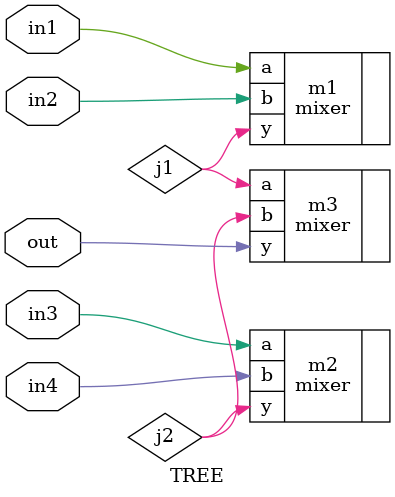
<source format=v>
module rotary_cells (
inout pb1_1, pb1_2, pb1_3, pb1_4, p1, cb1_1, cb1_2, cb2_1, cb2_2, cb3_1, cb3_2, cb3_3, cb4_1, cb4_2, cb5_1, cb5_2, cb6_1, cb6_2
);
wire c1;
wire c2;
wire c3;
wire c4;
wire c5;
wire c6;
wire c7;
wire c8;
wire c9;
wire c10;
wire c11;
wire c12;
wire c13;
wire c14;
wire c15;
wire cc1;
wire cc2;
wire cc3;
wire cc4;
wire cc5;
wire cc6;
wire cc7;
wire cc8;
wire cc9;
wire cc10;
wire cc11;
wire cc12;
wire cc13;
MUX m1(.inlet(c5),.ctrl1(cc1),.ctrl2(cc2),.ctrl3(cc8),.ctrl4(cc9),.outlet1(c1),.outlet2(c2),.outlet3(c3),.outlet4(c4));
MUX m2(.outlet3(c7),.outlet2(c8),.outlet1(c9),.inlet(c10),.ctrl2(cc6),.ctrl3(cc7),.ctrl4(cc12),.ctrl1(cc13),.outlet4(c6));
assign c1 = pb1_1;
assign c2 = pb1_2;
assign c3 = pb1_3;
assign c4 = pb1_4;
ROTARY_MIXER rp(.outlet(c6),.port3(cc3),.port6(cc4),.port7(cc5),.port4(cc10),.port5(cc11),.inlet(c5));
LONG_CELL_TRAP b1_1(.port0(c11),.port0(c7));
LONG_CELL_TRAP b1_2(.port0(c12),.port0(c8));
LONG_CELL_TRAP b1_3(.port0(c13),.port0(c9));
LONG_CELL_TRAP b1_4(.port0(c14),.port0(c10));
TREE t1(.out(c15),.in1(c11),.in2(c12),.in3(c13),.in4(c14));
assign c15 = p1;
assign cc1 = cb1_1;
assign cc2 = cb1_2;
assign cc8 = cb2_1;
assign cc9 = cb2_2;
assign cc3 = cb3_1;
assign cc4 = cb3_2;
assign cc5 = cb3_3;
assign cc10 = cb4_1;
assign cc11 = cb4_2;
assign cc6 = cb5_1;
assign cc7 = cb5_2;
assign cc12 = cb6_1;
assign cc13 = cb6_2;
endmodule

module MUX(input ctrl1, ctrl2, ctrl3, ctrl4, inout inlet, outlet1, outlet2, outlet3, outlet4);
  wire j1, j2;
  valve v1(.fluid_in(inlet), .fluid_out(j1), .air_in(ctrl1));
  valve v2(.fluid_in(inlet), .fluid_out(j2), .air_in(ctrl2));
  valve v3(.fluid_in(j1), .fluid_out(outlet1), .air_in(ctrl3));
  valve v4(.fluid_in(j1), .fluid_out(outlet2), .air_in(ctrl3));
  valve v5(.fluid_in(j2), .fluid_out(outlet3), .air_in(ctrl4));
  valve v6(.fluid_in(j2), .fluid_out(outlet4), .air_in(ctrl4));
endmodule

module ROTARY_MIXER(inout inlet, outlet, port3, port4, port5, port6, port7);
  valve v1(.fluid_in(inlet), .fluid_out(j1), .air_in(port3));
  valve v2(.fluid_in(j1), .fluid_out(j3), .air_in(port4));
  valve v3(.fluid_in(j1), .fluid_out(j2), .air_in(port5));
  valve v4(.fluid_in(j2), .fluid_out(j3), .air_in(port6));
  valve v5(.fluid_in(j3), .fluid_out(outlet), .air_in(port7));
endmodule

module TREE(inout in1, in2, in3, in4, out);
  wire j1, j2;
  mixer m1(.a(in1), .b(in2), .y(j1));
  mixer m2(.a(in3), .b(in4), .y(j2));
  mixer m3(.a(j1), .b(j2), .y(out));
endmodule

</source>
